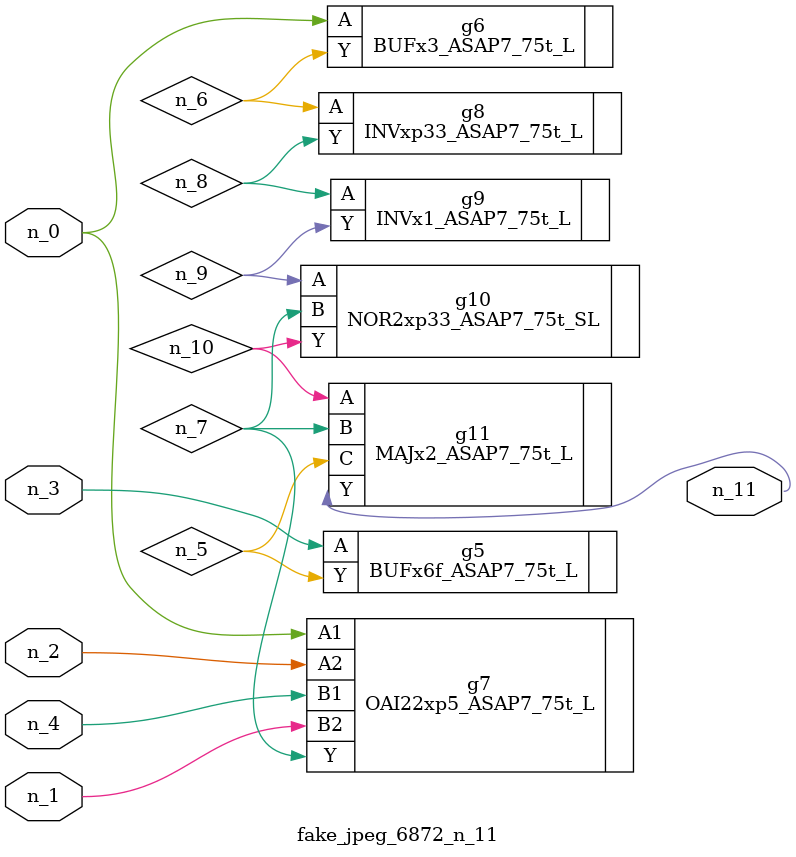
<source format=v>
module fake_jpeg_6872_n_11 (n_3, n_2, n_1, n_0, n_4, n_11);

input n_3;
input n_2;
input n_1;
input n_0;
input n_4;

output n_11;

wire n_10;
wire n_8;
wire n_9;
wire n_6;
wire n_5;
wire n_7;

BUFx6f_ASAP7_75t_L g5 ( 
.A(n_3),
.Y(n_5)
);

BUFx3_ASAP7_75t_L g6 ( 
.A(n_0),
.Y(n_6)
);

OAI22xp5_ASAP7_75t_L g7 ( 
.A1(n_0),
.A2(n_2),
.B1(n_4),
.B2(n_1),
.Y(n_7)
);

INVxp33_ASAP7_75t_L g8 ( 
.A(n_6),
.Y(n_8)
);

INVx1_ASAP7_75t_L g9 ( 
.A(n_8),
.Y(n_9)
);

NOR2xp33_ASAP7_75t_SL g10 ( 
.A(n_9),
.B(n_7),
.Y(n_10)
);

MAJx2_ASAP7_75t_L g11 ( 
.A(n_10),
.B(n_7),
.C(n_5),
.Y(n_11)
);


endmodule
</source>
